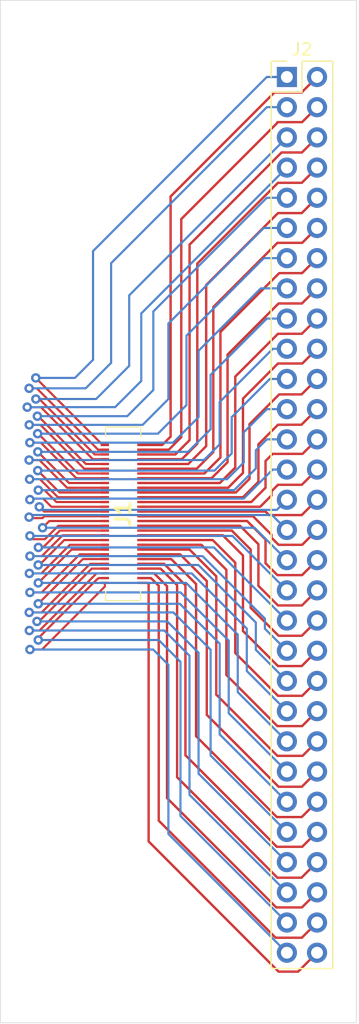
<source format=kicad_pcb>
(kicad_pcb (version 20171130) (host pcbnew 5.1.10-88a1d61d58~88~ubuntu20.04.1)

  (general
    (thickness 1.6)
    (drawings 4)
    (tracks 453)
    (zones 0)
    (modules 2)
    (nets 61)
  )

  (page A4)
  (layers
    (0 F.Cu signal)
    (31 B.Cu signal)
    (32 B.Adhes user)
    (33 F.Adhes user)
    (34 B.Paste user)
    (35 F.Paste user)
    (36 B.SilkS user)
    (37 F.SilkS user)
    (38 B.Mask user)
    (39 F.Mask user)
    (40 Dwgs.User user)
    (41 Cmts.User user)
    (42 Eco1.User user)
    (43 Eco2.User user)
    (44 Edge.Cuts user)
    (45 Margin user)
    (46 B.CrtYd user)
    (47 F.CrtYd user)
    (48 B.Fab user)
    (49 F.Fab user)
  )

  (setup
    (last_trace_width 0.18)
    (user_trace_width 0.18)
    (user_trace_width 0.2)
    (trace_clearance 0.2)
    (zone_clearance 0.508)
    (zone_45_only no)
    (trace_min 0.18)
    (via_size 0.8)
    (via_drill 0.4)
    (via_min_size 0.4)
    (via_min_drill 0.3)
    (uvia_size 0.3)
    (uvia_drill 0.1)
    (uvias_allowed no)
    (uvia_min_size 0.2)
    (uvia_min_drill 0.1)
    (edge_width 0.05)
    (segment_width 0.2)
    (pcb_text_width 0.3)
    (pcb_text_size 1.5 1.5)
    (mod_edge_width 0.12)
    (mod_text_size 1 1)
    (mod_text_width 0.15)
    (pad_size 1.524 1.524)
    (pad_drill 0.762)
    (pad_to_mask_clearance 0)
    (aux_axis_origin 0 0)
    (visible_elements FFFFFF7F)
    (pcbplotparams
      (layerselection 0x010fc_ffffffff)
      (usegerberextensions false)
      (usegerberattributes true)
      (usegerberadvancedattributes true)
      (creategerberjobfile true)
      (excludeedgelayer true)
      (linewidth 0.100000)
      (plotframeref false)
      (viasonmask false)
      (mode 1)
      (useauxorigin false)
      (hpglpennumber 1)
      (hpglpenspeed 20)
      (hpglpendiameter 15.000000)
      (psnegative false)
      (psa4output false)
      (plotreference true)
      (plotvalue true)
      (plotinvisibletext false)
      (padsonsilk false)
      (subtractmaskfromsilk false)
      (outputformat 1)
      (mirror false)
      (drillshape 1)
      (scaleselection 1)
      (outputdirectory ""))
  )

  (net 0 "")
  (net 1 "Net-(J1-Pad60)")
  (net 2 /59)
  (net 3 "Net-(J1-Pad58)")
  (net 4 /57)
  (net 5 "Net-(J1-Pad56)")
  (net 6 /55)
  (net 7 "Net-(J1-Pad54)")
  (net 8 /53)
  (net 9 "Net-(J1-Pad52)")
  (net 10 /51)
  (net 11 "Net-(J1-Pad50)")
  (net 12 /49)
  (net 13 "Net-(J1-Pad48)")
  (net 14 /47)
  (net 15 "Net-(J1-Pad46)")
  (net 16 /45)
  (net 17 "Net-(J1-Pad44)")
  (net 18 /43)
  (net 19 "Net-(J1-Pad42)")
  (net 20 /41)
  (net 21 "Net-(J1-Pad40)")
  (net 22 /39)
  (net 23 "Net-(J1-Pad38)")
  (net 24 /37)
  (net 25 "Net-(J1-Pad36)")
  (net 26 /35)
  (net 27 "Net-(J1-Pad34)")
  (net 28 /33)
  (net 29 "Net-(J1-Pad32)")
  (net 30 /31)
  (net 31 "Net-(J1-Pad30)")
  (net 32 /29)
  (net 33 "Net-(J1-Pad28)")
  (net 34 /27)
  (net 35 "Net-(J1-Pad26)")
  (net 36 /25)
  (net 37 "Net-(J1-Pad24)")
  (net 38 /23)
  (net 39 "Net-(J1-Pad22)")
  (net 40 /21)
  (net 41 "Net-(J1-Pad20)")
  (net 42 /19)
  (net 43 "Net-(J1-Pad18)")
  (net 44 /17)
  (net 45 "Net-(J1-Pad16)")
  (net 46 /15)
  (net 47 "Net-(J1-Pad14)")
  (net 48 /13)
  (net 49 "Net-(J1-Pad12)")
  (net 50 /11)
  (net 51 "Net-(J1-Pad10)")
  (net 52 /9)
  (net 53 "Net-(J1-Pad8)")
  (net 54 /7)
  (net 55 "Net-(J1-Pad6)")
  (net 56 /5)
  (net 57 "Net-(J1-Pad4)")
  (net 58 /3)
  (net 59 "Net-(J1-Pad2)")
  (net 60 /1)

  (net_class Default "This is the default net class."
    (clearance 0.2)
    (trace_width 0.25)
    (via_dia 0.8)
    (via_drill 0.4)
    (uvia_dia 0.3)
    (uvia_drill 0.1)
    (add_net /1)
    (add_net /11)
    (add_net /13)
    (add_net /15)
    (add_net /17)
    (add_net /19)
    (add_net /21)
    (add_net /23)
    (add_net /25)
    (add_net /27)
    (add_net /29)
    (add_net /3)
    (add_net /31)
    (add_net /33)
    (add_net /35)
    (add_net /37)
    (add_net /39)
    (add_net /41)
    (add_net /43)
    (add_net /45)
    (add_net /47)
    (add_net /49)
    (add_net /5)
    (add_net /51)
    (add_net /53)
    (add_net /55)
    (add_net /57)
    (add_net /59)
    (add_net /7)
    (add_net /9)
    (add_net "Net-(J1-Pad10)")
    (add_net "Net-(J1-Pad12)")
    (add_net "Net-(J1-Pad14)")
    (add_net "Net-(J1-Pad16)")
    (add_net "Net-(J1-Pad18)")
    (add_net "Net-(J1-Pad2)")
    (add_net "Net-(J1-Pad20)")
    (add_net "Net-(J1-Pad22)")
    (add_net "Net-(J1-Pad24)")
    (add_net "Net-(J1-Pad26)")
    (add_net "Net-(J1-Pad28)")
    (add_net "Net-(J1-Pad30)")
    (add_net "Net-(J1-Pad32)")
    (add_net "Net-(J1-Pad34)")
    (add_net "Net-(J1-Pad36)")
    (add_net "Net-(J1-Pad38)")
    (add_net "Net-(J1-Pad4)")
    (add_net "Net-(J1-Pad40)")
    (add_net "Net-(J1-Pad42)")
    (add_net "Net-(J1-Pad44)")
    (add_net "Net-(J1-Pad46)")
    (add_net "Net-(J1-Pad48)")
    (add_net "Net-(J1-Pad50)")
    (add_net "Net-(J1-Pad52)")
    (add_net "Net-(J1-Pad54)")
    (add_net "Net-(J1-Pad56)")
    (add_net "Net-(J1-Pad58)")
    (add_net "Net-(J1-Pad6)")
    (add_net "Net-(J1-Pad60)")
    (add_net "Net-(J1-Pad8)")
  )

  (module footprints:DF40HC4060DS04V51 (layer F.Cu) (tedit 5F360B1C) (tstamp 60ADDC30)
    (at 117.85 75.7 270)
    (descr "DF40HC(4.0)-60DS-0.4V(51)-2")
    (tags Connector)
    (path /60CFEF23)
    (attr smd)
    (fp_text reference J1 (at 0 0 90) (layer F.SilkS)
      (effects (font (size 1.27 1.27) (thickness 0.254)))
    )
    (fp_text value DF40HC_4.0_-60DS-0.4V_51_ (at 0 0 90) (layer F.SilkS) hide
      (effects (font (size 1.27 1.27) (thickness 0.254)))
    )
    (fp_text user %R (at 0 0 90) (layer F.Fab)
      (effects (font (size 1.27 1.27) (thickness 0.254)))
    )
    (fp_line (start -7.3 -1.47) (end 7.3 -1.47) (layer F.Fab) (width 0.2))
    (fp_line (start 7.3 -1.47) (end 7.3 1.47) (layer F.Fab) (width 0.2))
    (fp_line (start 7.3 1.47) (end -7.3 1.47) (layer F.Fab) (width 0.2))
    (fp_line (start -7.3 1.47) (end -7.3 -1.47) (layer F.Fab) (width 0.2))
    (fp_line (start -8.3 -2.89) (end 8.3 -2.89) (layer F.CrtYd) (width 0.1))
    (fp_line (start 8.3 -2.89) (end 8.3 2.89) (layer F.CrtYd) (width 0.1))
    (fp_line (start 8.3 2.89) (end -8.3 2.89) (layer F.CrtYd) (width 0.1))
    (fp_line (start -8.3 2.89) (end -8.3 -2.89) (layer F.CrtYd) (width 0.1))
    (fp_line (start -6.5 -1.5) (end -7.3 -1.47) (layer F.SilkS) (width 0.1))
    (fp_line (start -7.3 -1.47) (end -7.3 1.5) (layer F.SilkS) (width 0.1))
    (fp_line (start -7.3 1.5) (end -6.5 1.47) (layer F.SilkS) (width 0.1))
    (fp_line (start 6.5 -1.47) (end 7.3 -1.47) (layer F.SilkS) (width 0.1))
    (fp_line (start 7.3 -1.47) (end 7.3 1.47) (layer F.SilkS) (width 0.1))
    (fp_line (start 7.3 1.47) (end 6.5 1.47) (layer F.SilkS) (width 0.1))
    (pad 60 smd rect (at 5.8 -1.54 270) (size 0.2 0.7) (layers F.Cu F.Paste F.Mask)
      (net 1 "Net-(J1-Pad60)"))
    (pad 59 smd rect (at 5.8 1.54 270) (size 0.2 0.7) (layers F.Cu F.Paste F.Mask)
      (net 2 /59))
    (pad 58 smd rect (at 5.4 -1.54 270) (size 0.2 0.7) (layers F.Cu F.Paste F.Mask)
      (net 3 "Net-(J1-Pad58)"))
    (pad 57 smd rect (at 5.4 1.54 270) (size 0.2 0.7) (layers F.Cu F.Paste F.Mask)
      (net 4 /57))
    (pad 56 smd rect (at 5 -1.54 270) (size 0.2 0.7) (layers F.Cu F.Paste F.Mask)
      (net 5 "Net-(J1-Pad56)"))
    (pad 55 smd rect (at 5 1.54 270) (size 0.2 0.7) (layers F.Cu F.Paste F.Mask)
      (net 6 /55))
    (pad 54 smd rect (at 4.6 -1.54 270) (size 0.2 0.7) (layers F.Cu F.Paste F.Mask)
      (net 7 "Net-(J1-Pad54)"))
    (pad 53 smd rect (at 4.6 1.54 270) (size 0.2 0.7) (layers F.Cu F.Paste F.Mask)
      (net 8 /53))
    (pad 52 smd rect (at 4.2 -1.54 270) (size 0.2 0.7) (layers F.Cu F.Paste F.Mask)
      (net 9 "Net-(J1-Pad52)"))
    (pad 51 smd rect (at 4.2 1.54 270) (size 0.2 0.7) (layers F.Cu F.Paste F.Mask)
      (net 10 /51))
    (pad 50 smd rect (at 3.8 -1.54 270) (size 0.2 0.7) (layers F.Cu F.Paste F.Mask)
      (net 11 "Net-(J1-Pad50)"))
    (pad 49 smd rect (at 3.8 1.54 270) (size 0.2 0.7) (layers F.Cu F.Paste F.Mask)
      (net 12 /49))
    (pad 48 smd rect (at 3.4 -1.54 270) (size 0.2 0.7) (layers F.Cu F.Paste F.Mask)
      (net 13 "Net-(J1-Pad48)"))
    (pad 47 smd rect (at 3.4 1.54 270) (size 0.2 0.7) (layers F.Cu F.Paste F.Mask)
      (net 14 /47))
    (pad 46 smd rect (at 3 -1.54 270) (size 0.2 0.7) (layers F.Cu F.Paste F.Mask)
      (net 15 "Net-(J1-Pad46)"))
    (pad 45 smd rect (at 3 1.54 270) (size 0.2 0.7) (layers F.Cu F.Paste F.Mask)
      (net 16 /45))
    (pad 44 smd rect (at 2.6 -1.54 270) (size 0.2 0.7) (layers F.Cu F.Paste F.Mask)
      (net 17 "Net-(J1-Pad44)"))
    (pad 43 smd rect (at 2.6 1.54 270) (size 0.2 0.7) (layers F.Cu F.Paste F.Mask)
      (net 18 /43))
    (pad 42 smd rect (at 2.2 -1.54 270) (size 0.2 0.7) (layers F.Cu F.Paste F.Mask)
      (net 19 "Net-(J1-Pad42)"))
    (pad 41 smd rect (at 2.2 1.54 270) (size 0.2 0.7) (layers F.Cu F.Paste F.Mask)
      (net 20 /41))
    (pad 40 smd rect (at 1.8 -1.54 270) (size 0.2 0.7) (layers F.Cu F.Paste F.Mask)
      (net 21 "Net-(J1-Pad40)"))
    (pad 39 smd rect (at 1.8 1.54 270) (size 0.2 0.7) (layers F.Cu F.Paste F.Mask)
      (net 22 /39))
    (pad 38 smd rect (at 1.4 -1.54 270) (size 0.2 0.7) (layers F.Cu F.Paste F.Mask)
      (net 23 "Net-(J1-Pad38)"))
    (pad 37 smd rect (at 1.4 1.54 270) (size 0.2 0.7) (layers F.Cu F.Paste F.Mask)
      (net 24 /37))
    (pad 36 smd rect (at 1 -1.54 270) (size 0.2 0.7) (layers F.Cu F.Paste F.Mask)
      (net 25 "Net-(J1-Pad36)"))
    (pad 35 smd rect (at 1 1.54 270) (size 0.2 0.7) (layers F.Cu F.Paste F.Mask)
      (net 26 /35))
    (pad 34 smd rect (at 0.6 -1.54 270) (size 0.2 0.7) (layers F.Cu F.Paste F.Mask)
      (net 27 "Net-(J1-Pad34)"))
    (pad 33 smd rect (at 0.6 1.54 270) (size 0.2 0.7) (layers F.Cu F.Paste F.Mask)
      (net 28 /33))
    (pad 32 smd rect (at 0.2 -1.54 270) (size 0.2 0.7) (layers F.Cu F.Paste F.Mask)
      (net 29 "Net-(J1-Pad32)"))
    (pad 31 smd rect (at 0.2 1.54 270) (size 0.2 0.7) (layers F.Cu F.Paste F.Mask)
      (net 30 /31))
    (pad 30 smd rect (at -0.2 -1.54 270) (size 0.2 0.7) (layers F.Cu F.Paste F.Mask)
      (net 31 "Net-(J1-Pad30)"))
    (pad 29 smd rect (at -0.2 1.54 270) (size 0.2 0.7) (layers F.Cu F.Paste F.Mask)
      (net 32 /29))
    (pad 28 smd rect (at -0.6 -1.54 270) (size 0.2 0.7) (layers F.Cu F.Paste F.Mask)
      (net 33 "Net-(J1-Pad28)"))
    (pad 27 smd rect (at -0.6 1.54 270) (size 0.2 0.7) (layers F.Cu F.Paste F.Mask)
      (net 34 /27))
    (pad 26 smd rect (at -1 -1.54 270) (size 0.2 0.7) (layers F.Cu F.Paste F.Mask)
      (net 35 "Net-(J1-Pad26)"))
    (pad 25 smd rect (at -1 1.54 270) (size 0.2 0.7) (layers F.Cu F.Paste F.Mask)
      (net 36 /25))
    (pad 24 smd rect (at -1.4 -1.54 270) (size 0.2 0.7) (layers F.Cu F.Paste F.Mask)
      (net 37 "Net-(J1-Pad24)"))
    (pad 23 smd rect (at -1.4 1.54 270) (size 0.2 0.7) (layers F.Cu F.Paste F.Mask)
      (net 38 /23))
    (pad 22 smd rect (at -1.8 -1.54 270) (size 0.2 0.7) (layers F.Cu F.Paste F.Mask)
      (net 39 "Net-(J1-Pad22)"))
    (pad 21 smd rect (at -1.8 1.54 270) (size 0.2 0.7) (layers F.Cu F.Paste F.Mask)
      (net 40 /21))
    (pad 20 smd rect (at -2.2 -1.54 270) (size 0.2 0.7) (layers F.Cu F.Paste F.Mask)
      (net 41 "Net-(J1-Pad20)"))
    (pad 19 smd rect (at -2.2 1.54 270) (size 0.2 0.7) (layers F.Cu F.Paste F.Mask)
      (net 42 /19))
    (pad 18 smd rect (at -2.6 -1.54 270) (size 0.2 0.7) (layers F.Cu F.Paste F.Mask)
      (net 43 "Net-(J1-Pad18)"))
    (pad 17 smd rect (at -2.6 1.54 270) (size 0.2 0.7) (layers F.Cu F.Paste F.Mask)
      (net 44 /17))
    (pad 16 smd rect (at -3 -1.54 270) (size 0.2 0.7) (layers F.Cu F.Paste F.Mask)
      (net 45 "Net-(J1-Pad16)"))
    (pad 15 smd rect (at -3 1.54 270) (size 0.2 0.7) (layers F.Cu F.Paste F.Mask)
      (net 46 /15))
    (pad 14 smd rect (at -3.4 -1.54 270) (size 0.2 0.7) (layers F.Cu F.Paste F.Mask)
      (net 47 "Net-(J1-Pad14)"))
    (pad 13 smd rect (at -3.4 1.54 270) (size 0.2 0.7) (layers F.Cu F.Paste F.Mask)
      (net 48 /13))
    (pad 12 smd rect (at -3.8 -1.54 270) (size 0.2 0.7) (layers F.Cu F.Paste F.Mask)
      (net 49 "Net-(J1-Pad12)"))
    (pad 11 smd rect (at -3.8 1.54 270) (size 0.2 0.7) (layers F.Cu F.Paste F.Mask)
      (net 50 /11))
    (pad 10 smd rect (at -4.2 -1.54 270) (size 0.2 0.7) (layers F.Cu F.Paste F.Mask)
      (net 51 "Net-(J1-Pad10)"))
    (pad 9 smd rect (at -4.2 1.54 270) (size 0.2 0.7) (layers F.Cu F.Paste F.Mask)
      (net 52 /9))
    (pad 8 smd rect (at -4.6 -1.54 270) (size 0.2 0.7) (layers F.Cu F.Paste F.Mask)
      (net 53 "Net-(J1-Pad8)"))
    (pad 7 smd rect (at -4.6 1.54 270) (size 0.2 0.7) (layers F.Cu F.Paste F.Mask)
      (net 54 /7))
    (pad 6 smd rect (at -5 -1.54 270) (size 0.2 0.7) (layers F.Cu F.Paste F.Mask)
      (net 55 "Net-(J1-Pad6)"))
    (pad 5 smd rect (at -5 1.54 270) (size 0.2 0.7) (layers F.Cu F.Paste F.Mask)
      (net 56 /5))
    (pad 4 smd rect (at -5.4 -1.54 270) (size 0.2 0.7) (layers F.Cu F.Paste F.Mask)
      (net 57 "Net-(J1-Pad4)"))
    (pad 3 smd rect (at -5.4 1.54 270) (size 0.2 0.7) (layers F.Cu F.Paste F.Mask)
      (net 58 /3))
    (pad 2 smd rect (at -5.8 -1.54 270) (size 0.2 0.7) (layers F.Cu F.Paste F.Mask)
      (net 59 "Net-(J1-Pad2)"))
    (pad 1 smd rect (at -5.8 1.54 270) (size 0.2 0.7) (layers F.Cu F.Paste F.Mask)
      (net 60 /1))
    (model /home/khang/Workspace/Dev/Dynimlabs/dynim_imx8_camera_adapters/libraries/KiCad/Connectors/HRS/DF40HC_4.0_-60DS-0.4V_51_/DF40HC_4.0_-60DS.stp
      (offset (xyz 5.87 0 2.5))
      (scale (xyz 1 1 1))
      (rotate (xyz -90 0 90))
    )
  )

  (module Connector_PinHeader_2.54mm:PinHeader_2x30_P2.54mm_Vertical (layer F.Cu) (tedit 59FED5CC) (tstamp 60ADDA7E)
    (at 131.65 38.95)
    (descr "Through hole straight pin header, 2x30, 2.54mm pitch, double rows")
    (tags "Through hole pin header THT 2x30 2.54mm double row")
    (path /60D02385)
    (fp_text reference J2 (at 1.27 -2.33) (layer F.SilkS)
      (effects (font (size 1 1) (thickness 0.15)))
    )
    (fp_text value Conn_02x30_Odd_Even (at -2.5 78.83) (layer F.Fab)
      (effects (font (size 1 1) (thickness 0.15)))
    )
    (fp_text user %R (at 1.27 36.83 90) (layer F.Fab)
      (effects (font (size 1 1) (thickness 0.15)))
    )
    (fp_line (start 0 -1.27) (end 3.81 -1.27) (layer F.Fab) (width 0.1))
    (fp_line (start 3.81 -1.27) (end 3.81 74.93) (layer F.Fab) (width 0.1))
    (fp_line (start 3.81 74.93) (end -1.27 74.93) (layer F.Fab) (width 0.1))
    (fp_line (start -1.27 74.93) (end -1.27 0) (layer F.Fab) (width 0.1))
    (fp_line (start -1.27 0) (end 0 -1.27) (layer F.Fab) (width 0.1))
    (fp_line (start -1.33 74.99) (end 3.87 74.99) (layer F.SilkS) (width 0.12))
    (fp_line (start -1.33 1.27) (end -1.33 74.99) (layer F.SilkS) (width 0.12))
    (fp_line (start 3.87 -1.33) (end 3.87 74.99) (layer F.SilkS) (width 0.12))
    (fp_line (start -1.33 1.27) (end 1.27 1.27) (layer F.SilkS) (width 0.12))
    (fp_line (start 1.27 1.27) (end 1.27 -1.33) (layer F.SilkS) (width 0.12))
    (fp_line (start 1.27 -1.33) (end 3.87 -1.33) (layer F.SilkS) (width 0.12))
    (fp_line (start -1.33 0) (end -1.33 -1.33) (layer F.SilkS) (width 0.12))
    (fp_line (start -1.33 -1.33) (end 0 -1.33) (layer F.SilkS) (width 0.12))
    (fp_line (start -1.8 -1.8) (end -1.8 75.45) (layer F.CrtYd) (width 0.05))
    (fp_line (start -1.8 75.45) (end 4.35 75.45) (layer F.CrtYd) (width 0.05))
    (fp_line (start 4.35 75.45) (end 4.35 -1.8) (layer F.CrtYd) (width 0.05))
    (fp_line (start 4.35 -1.8) (end -1.8 -1.8) (layer F.CrtYd) (width 0.05))
    (pad 60 thru_hole oval (at 2.54 73.66) (size 1.7 1.7) (drill 1) (layers *.Cu *.Mask)
      (net 1 "Net-(J1-Pad60)"))
    (pad 59 thru_hole oval (at 0 73.66) (size 1.7 1.7) (drill 1) (layers *.Cu *.Mask)
      (net 2 /59))
    (pad 58 thru_hole oval (at 2.54 71.12) (size 1.7 1.7) (drill 1) (layers *.Cu *.Mask)
      (net 3 "Net-(J1-Pad58)"))
    (pad 57 thru_hole oval (at 0 71.12) (size 1.7 1.7) (drill 1) (layers *.Cu *.Mask)
      (net 4 /57))
    (pad 56 thru_hole oval (at 2.54 68.58) (size 1.7 1.7) (drill 1) (layers *.Cu *.Mask)
      (net 5 "Net-(J1-Pad56)"))
    (pad 55 thru_hole oval (at 0 68.58) (size 1.7 1.7) (drill 1) (layers *.Cu *.Mask)
      (net 6 /55))
    (pad 54 thru_hole oval (at 2.54 66.04) (size 1.7 1.7) (drill 1) (layers *.Cu *.Mask)
      (net 7 "Net-(J1-Pad54)"))
    (pad 53 thru_hole oval (at 0 66.04) (size 1.7 1.7) (drill 1) (layers *.Cu *.Mask)
      (net 8 /53))
    (pad 52 thru_hole oval (at 2.54 63.5) (size 1.7 1.7) (drill 1) (layers *.Cu *.Mask)
      (net 9 "Net-(J1-Pad52)"))
    (pad 51 thru_hole oval (at 0 63.5) (size 1.7 1.7) (drill 1) (layers *.Cu *.Mask)
      (net 10 /51))
    (pad 50 thru_hole oval (at 2.54 60.96) (size 1.7 1.7) (drill 1) (layers *.Cu *.Mask)
      (net 11 "Net-(J1-Pad50)"))
    (pad 49 thru_hole oval (at 0 60.96) (size 1.7 1.7) (drill 1) (layers *.Cu *.Mask)
      (net 12 /49))
    (pad 48 thru_hole oval (at 2.54 58.42) (size 1.7 1.7) (drill 1) (layers *.Cu *.Mask)
      (net 13 "Net-(J1-Pad48)"))
    (pad 47 thru_hole oval (at 0 58.42) (size 1.7 1.7) (drill 1) (layers *.Cu *.Mask)
      (net 14 /47))
    (pad 46 thru_hole oval (at 2.54 55.88) (size 1.7 1.7) (drill 1) (layers *.Cu *.Mask)
      (net 15 "Net-(J1-Pad46)"))
    (pad 45 thru_hole oval (at 0 55.88) (size 1.7 1.7) (drill 1) (layers *.Cu *.Mask)
      (net 16 /45))
    (pad 44 thru_hole oval (at 2.54 53.34) (size 1.7 1.7) (drill 1) (layers *.Cu *.Mask)
      (net 17 "Net-(J1-Pad44)"))
    (pad 43 thru_hole oval (at 0 53.34) (size 1.7 1.7) (drill 1) (layers *.Cu *.Mask)
      (net 18 /43))
    (pad 42 thru_hole oval (at 2.54 50.8) (size 1.7 1.7) (drill 1) (layers *.Cu *.Mask)
      (net 19 "Net-(J1-Pad42)"))
    (pad 41 thru_hole oval (at 0 50.8) (size 1.7 1.7) (drill 1) (layers *.Cu *.Mask)
      (net 20 /41))
    (pad 40 thru_hole oval (at 2.54 48.26) (size 1.7 1.7) (drill 1) (layers *.Cu *.Mask)
      (net 21 "Net-(J1-Pad40)"))
    (pad 39 thru_hole oval (at 0 48.26) (size 1.7 1.7) (drill 1) (layers *.Cu *.Mask)
      (net 22 /39))
    (pad 38 thru_hole oval (at 2.54 45.72) (size 1.7 1.7) (drill 1) (layers *.Cu *.Mask)
      (net 23 "Net-(J1-Pad38)"))
    (pad 37 thru_hole oval (at 0 45.72) (size 1.7 1.7) (drill 1) (layers *.Cu *.Mask)
      (net 24 /37))
    (pad 36 thru_hole oval (at 2.54 43.18) (size 1.7 1.7) (drill 1) (layers *.Cu *.Mask)
      (net 25 "Net-(J1-Pad36)"))
    (pad 35 thru_hole oval (at 0 43.18) (size 1.7 1.7) (drill 1) (layers *.Cu *.Mask)
      (net 26 /35))
    (pad 34 thru_hole oval (at 2.54 40.64) (size 1.7 1.7) (drill 1) (layers *.Cu *.Mask)
      (net 27 "Net-(J1-Pad34)"))
    (pad 33 thru_hole oval (at 0 40.64) (size 1.7 1.7) (drill 1) (layers *.Cu *.Mask)
      (net 28 /33))
    (pad 32 thru_hole oval (at 2.54 38.1) (size 1.7 1.7) (drill 1) (layers *.Cu *.Mask)
      (net 29 "Net-(J1-Pad32)"))
    (pad 31 thru_hole oval (at 0 38.1) (size 1.7 1.7) (drill 1) (layers *.Cu *.Mask)
      (net 30 /31))
    (pad 30 thru_hole oval (at 2.54 35.56) (size 1.7 1.7) (drill 1) (layers *.Cu *.Mask)
      (net 31 "Net-(J1-Pad30)"))
    (pad 29 thru_hole oval (at 0 35.56) (size 1.7 1.7) (drill 1) (layers *.Cu *.Mask)
      (net 32 /29))
    (pad 28 thru_hole oval (at 2.54 33.02) (size 1.7 1.7) (drill 1) (layers *.Cu *.Mask)
      (net 33 "Net-(J1-Pad28)"))
    (pad 27 thru_hole oval (at 0 33.02) (size 1.7 1.7) (drill 1) (layers *.Cu *.Mask)
      (net 34 /27))
    (pad 26 thru_hole oval (at 2.54 30.48) (size 1.7 1.7) (drill 1) (layers *.Cu *.Mask)
      (net 35 "Net-(J1-Pad26)"))
    (pad 25 thru_hole oval (at 0 30.48) (size 1.7 1.7) (drill 1) (layers *.Cu *.Mask)
      (net 36 /25))
    (pad 24 thru_hole oval (at 2.54 27.94) (size 1.7 1.7) (drill 1) (layers *.Cu *.Mask)
      (net 37 "Net-(J1-Pad24)"))
    (pad 23 thru_hole oval (at 0 27.94) (size 1.7 1.7) (drill 1) (layers *.Cu *.Mask)
      (net 38 /23))
    (pad 22 thru_hole oval (at 2.54 25.4) (size 1.7 1.7) (drill 1) (layers *.Cu *.Mask)
      (net 39 "Net-(J1-Pad22)"))
    (pad 21 thru_hole oval (at 0 25.4) (size 1.7 1.7) (drill 1) (layers *.Cu *.Mask)
      (net 40 /21))
    (pad 20 thru_hole oval (at 2.54 22.86) (size 1.7 1.7) (drill 1) (layers *.Cu *.Mask)
      (net 41 "Net-(J1-Pad20)"))
    (pad 19 thru_hole oval (at 0 22.86) (size 1.7 1.7) (drill 1) (layers *.Cu *.Mask)
      (net 42 /19))
    (pad 18 thru_hole oval (at 2.54 20.32) (size 1.7 1.7) (drill 1) (layers *.Cu *.Mask)
      (net 43 "Net-(J1-Pad18)"))
    (pad 17 thru_hole oval (at 0 20.32) (size 1.7 1.7) (drill 1) (layers *.Cu *.Mask)
      (net 44 /17))
    (pad 16 thru_hole oval (at 2.54 17.78) (size 1.7 1.7) (drill 1) (layers *.Cu *.Mask)
      (net 45 "Net-(J1-Pad16)"))
    (pad 15 thru_hole oval (at 0 17.78) (size 1.7 1.7) (drill 1) (layers *.Cu *.Mask)
      (net 46 /15))
    (pad 14 thru_hole oval (at 2.54 15.24) (size 1.7 1.7) (drill 1) (layers *.Cu *.Mask)
      (net 47 "Net-(J1-Pad14)"))
    (pad 13 thru_hole oval (at 0 15.24) (size 1.7 1.7) (drill 1) (layers *.Cu *.Mask)
      (net 48 /13))
    (pad 12 thru_hole oval (at 2.54 12.7) (size 1.7 1.7) (drill 1) (layers *.Cu *.Mask)
      (net 49 "Net-(J1-Pad12)"))
    (pad 11 thru_hole oval (at 0 12.7) (size 1.7 1.7) (drill 1) (layers *.Cu *.Mask)
      (net 50 /11))
    (pad 10 thru_hole oval (at 2.54 10.16) (size 1.7 1.7) (drill 1) (layers *.Cu *.Mask)
      (net 51 "Net-(J1-Pad10)"))
    (pad 9 thru_hole oval (at 0 10.16) (size 1.7 1.7) (drill 1) (layers *.Cu *.Mask)
      (net 52 /9))
    (pad 8 thru_hole oval (at 2.54 7.62) (size 1.7 1.7) (drill 1) (layers *.Cu *.Mask)
      (net 53 "Net-(J1-Pad8)"))
    (pad 7 thru_hole oval (at 0 7.62) (size 1.7 1.7) (drill 1) (layers *.Cu *.Mask)
      (net 54 /7))
    (pad 6 thru_hole oval (at 2.54 5.08) (size 1.7 1.7) (drill 1) (layers *.Cu *.Mask)
      (net 55 "Net-(J1-Pad6)"))
    (pad 5 thru_hole oval (at 0 5.08) (size 1.7 1.7) (drill 1) (layers *.Cu *.Mask)
      (net 56 /5))
    (pad 4 thru_hole oval (at 2.54 2.54) (size 1.7 1.7) (drill 1) (layers *.Cu *.Mask)
      (net 57 "Net-(J1-Pad4)"))
    (pad 3 thru_hole oval (at 0 2.54) (size 1.7 1.7) (drill 1) (layers *.Cu *.Mask)
      (net 58 /3))
    (pad 2 thru_hole oval (at 2.54 0) (size 1.7 1.7) (drill 1) (layers *.Cu *.Mask)
      (net 59 "Net-(J1-Pad2)"))
    (pad 1 thru_hole rect (at 0 0) (size 1.7 1.7) (drill 1) (layers *.Cu *.Mask)
      (net 60 /1))
    (model ${KISYS3DMOD}/Connector_PinHeader_2.54mm.3dshapes/PinHeader_2x30_P2.54mm_Vertical.wrl
      (at (xyz 0 0 0))
      (scale (xyz 1 1 1))
      (rotate (xyz 0 0 0))
    )
  )

  (gr_line (start 107.5 118.5) (end 137.5 118.5) (layer Edge.Cuts) (width 0.05) (tstamp 60ADE214))
  (gr_line (start 137.5 118.5) (end 137.5 32.5) (layer Edge.Cuts) (width 0.05) (tstamp 60ADE171))
  (gr_line (start 107.5 32.5) (end 107.5 118.5) (layer Edge.Cuts) (width 0.05))
  (gr_line (start 137.5 32.5) (end 107.5 32.5) (layer Edge.Cuts) (width 0.05))

  (via (at 110 77.554) (size 0.8) (drill 0.4) (layers F.Cu B.Cu) (net 26) (tstamp 60ADF84C))
  (via (at 110.7 73.704) (size 0.8) (drill 0.4) (layers F.Cu B.Cu) (net 36) (tstamp 60ADF84E))
  (via (at 110 82.304) (size 0.8) (drill 0.4) (layers F.Cu B.Cu) (net 14) (tstamp 60ADF84C))
  (via (at 110.7 81.504) (size 0.8) (drill 0.4) (layers F.Cu B.Cu) (net 16) (tstamp 60ADF84B))
  (via (at 109.95 80.704) (size 0.8) (drill 0.4) (layers F.Cu B.Cu) (net 18) (tstamp 60ADF850))
  (via (at 110 79.254) (size 0.8) (drill 0.4) (layers F.Cu B.Cu) (net 22) (tstamp 60ADF84F))
  (via (at 110 87.108) (size 0.8) (drill 0.4) (layers F.Cu B.Cu) (net 2) (tstamp 60ADF84C))
  (via (at 110.7 86.308) (size 0.8) (drill 0.4) (layers F.Cu B.Cu) (net 4) (tstamp 60ADF84B))
  (via (at 110.7 83.258) (size 0.8) (drill 0.4) (layers F.Cu B.Cu) (net 12) (tstamp 60ADF84E))
  (segment (start 119.9 81.5) (end 119.39 81.5) (width 0.2) (layer F.Cu) (net 1))
  (segment (start 120 103.25) (end 120 81.6) (width 0.2) (layer F.Cu) (net 1))
  (segment (start 120 81.6) (end 119.9 81.5) (width 0.2) (layer F.Cu) (net 1))
  (segment (start 130.95 114.2) (end 120 103.25) (width 0.2) (layer F.Cu) (net 1))
  (segment (start 132.6 114.2) (end 130.95 114.2) (width 0.2) (layer F.Cu) (net 1))
  (segment (start 134.19 112.61) (end 132.6 114.2) (width 0.2) (layer F.Cu) (net 1))
  (segment (start 110 87.108) (end 111.012 87.108) (width 0.18) (layer F.Cu) (net 2))
  (segment (start 116.31 81.81) (end 116.31 81.5) (width 0.18) (layer F.Cu) (net 2))
  (segment (start 111.012 87.108) (end 116.31 81.81) (width 0.18) (layer F.Cu) (net 2))
  (segment (start 110 87.108) (end 120.382 87.108) (width 0.18) (layer B.Cu) (net 2))
  (segment (start 120.382 87.108) (end 121.666 88.392) (width 0.18) (layer B.Cu) (net 2))
  (segment (start 121.666 102.626) (end 121.666 88.392) (width 0.18) (layer B.Cu) (net 2))
  (segment (start 131.65 112.61) (end 121.666 102.626) (width 0.18) (layer B.Cu) (net 2))
  (segment (start 120.2 81.1) (end 119.39 81.1) (width 0.2) (layer F.Cu) (net 3))
  (segment (start 120.85 101.5) (end 120.85 81.75) (width 0.2) (layer F.Cu) (net 3))
  (segment (start 130.7 111.35) (end 120.85 101.5) (width 0.2) (layer F.Cu) (net 3))
  (segment (start 132.91 111.35) (end 130.7 111.35) (width 0.2) (layer F.Cu) (net 3))
  (segment (start 120.85 81.75) (end 120.2 81.1) (width 0.2) (layer F.Cu) (net 3))
  (segment (start 134.19 110.07) (end 132.91 111.35) (width 0.2) (layer F.Cu) (net 3))
  (segment (start 115.78 81.1) (end 116.31 81.1) (width 0.18) (layer F.Cu) (net 4))
  (segment (start 115.669999 81.210001) (end 115.78 81.1) (width 0.18) (layer F.Cu) (net 4))
  (segment (start 115.669999 81.210001) (end 115.639999 81.210001) (width 0.18) (layer F.Cu) (net 4))
  (segment (start 115.639999 81.210001) (end 110.7 86.15) (width 0.18) (layer F.Cu) (net 4))
  (segment (start 110.7 86.15) (end 110.7 86.308) (width 0.18) (layer F.Cu) (net 4))
  (segment (start 110.7 86.308) (end 120.852 86.308) (width 0.18) (layer B.Cu) (net 4))
  (segment (start 120.852 86.308) (end 122.682 88.138) (width 0.18) (layer B.Cu) (net 4))
  (segment (start 122.682 101.102) (end 131.65 110.07) (width 0.18) (layer B.Cu) (net 4))
  (segment (start 122.682 88.138) (end 122.682 101.102) (width 0.18) (layer B.Cu) (net 4))
  (segment (start 121.55 81.7843) (end 120.4657 80.7) (width 0.2) (layer F.Cu) (net 5))
  (segment (start 121.55 99.6) (end 121.55 81.7843) (width 0.2) (layer F.Cu) (net 5))
  (segment (start 120.4657 80.7) (end 119.39 80.7) (width 0.2) (layer F.Cu) (net 5))
  (segment (start 130.75 108.8) (end 121.55 99.6) (width 0.2) (layer F.Cu) (net 5))
  (segment (start 132.92 108.8) (end 130.75 108.8) (width 0.2) (layer F.Cu) (net 5))
  (segment (start 134.19 107.53) (end 132.92 108.8) (width 0.2) (layer F.Cu) (net 5))
  (segment (start 110.804407 85.508177) (end 109.94985 85.508177) (width 0.18) (layer F.Cu) (net 6))
  (segment (start 116.31 80.7) (end 115.612584 80.7) (width 0.18) (layer F.Cu) (net 6))
  (segment (start 115.612584 80.7) (end 110.804407 85.508177) (width 0.18) (layer F.Cu) (net 6))
  (via (at 109.94985 85.508177) (size 0.8) (drill 0.4) (layers F.Cu B.Cu) (net 6))
  (segment (start 109.94985 85.508177) (end 121.322177 85.508177) (width 0.18) (layer B.Cu) (net 6))
  (segment (start 121.322177 85.508177) (end 123.444 87.63) (width 0.18) (layer B.Cu) (net 6))
  (segment (start 123.444 99.324) (end 131.65 107.53) (width 0.18) (layer B.Cu) (net 6))
  (segment (start 123.444 87.63) (end 123.444 99.324) (width 0.18) (layer B.Cu) (net 6))
  (segment (start 121 80.3) (end 119.39 80.3) (width 0.2) (layer F.Cu) (net 7))
  (segment (start 122.4 97.85) (end 122.4 81.7) (width 0.2) (layer F.Cu) (net 7))
  (segment (start 130.85 106.3) (end 122.4 97.85) (width 0.2) (layer F.Cu) (net 7))
  (segment (start 122.4 81.7) (end 121 80.3) (width 0.2) (layer F.Cu) (net 7))
  (segment (start 132.88 106.3) (end 130.85 106.3) (width 0.2) (layer F.Cu) (net 7))
  (segment (start 134.19 104.99) (end 132.88 106.3) (width 0.2) (layer F.Cu) (net 7))
  (segment (start 110.765136 84.742864) (end 110.593898 84.742864) (width 0.18) (layer F.Cu) (net 8))
  (segment (start 115.208 80.3) (end 110.765136 84.742864) (width 0.18) (layer F.Cu) (net 8))
  (segment (start 116.31 80.3) (end 115.208 80.3) (width 0.18) (layer F.Cu) (net 8))
  (via (at 110.593898 84.742864) (size 0.8) (drill 0.4) (layers F.Cu B.Cu) (net 8))
  (segment (start 110.593898 84.742864) (end 121.572864 84.742864) (width 0.18) (layer B.Cu) (net 8))
  (segment (start 124.46 97.8) (end 131.65 104.99) (width 0.18) (layer B.Cu) (net 8))
  (segment (start 124.206 97.546) (end 124.46 97.8) (width 0.18) (layer B.Cu) (net 8))
  (segment (start 124.206 87.376) (end 124.206 97.546) (width 0.18) (layer B.Cu) (net 8))
  (segment (start 121.572864 84.742864) (end 124.206 87.376) (width 0.18) (layer B.Cu) (net 8))
  (segment (start 132.94 103.7) (end 130.8 103.7) (width 0.2) (layer F.Cu) (net 9))
  (segment (start 134.19 102.45) (end 132.94 103.7) (width 0.2) (layer F.Cu) (net 9))
  (segment (start 123.1 81.7) (end 121.3 79.9) (width 0.2) (layer F.Cu) (net 9))
  (segment (start 123.1 96) (end 123.1 81.7) (width 0.2) (layer F.Cu) (net 9))
  (segment (start 130.8 103.7) (end 123.1 96) (width 0.2) (layer F.Cu) (net 9))
  (segment (start 121.3 79.9) (end 119.39 79.9) (width 0.2) (layer F.Cu) (net 9))
  (segment (start 110.982687 83.987897) (end 109.938117 83.987897) (width 0.18) (layer F.Cu) (net 10))
  (segment (start 115.070584 79.9) (end 110.982687 83.987897) (width 0.18) (layer F.Cu) (net 10))
  (segment (start 116.31 79.9) (end 115.070584 79.9) (width 0.18) (layer F.Cu) (net 10))
  (via (at 109.938117 83.987897) (size 0.8) (drill 0.4) (layers F.Cu B.Cu) (net 10))
  (segment (start 109.938117 83.987897) (end 122.087897 83.987897) (width 0.18) (layer B.Cu) (net 10))
  (segment (start 122.087897 83.987897) (end 125.222 87.122) (width 0.18) (layer B.Cu) (net 10))
  (segment (start 125.222 96.022) (end 131.65 102.45) (width 0.18) (layer B.Cu) (net 10))
  (segment (start 125.222 87.122) (end 125.222 96.022) (width 0.18) (layer B.Cu) (net 10))
  (segment (start 121.9 79.5) (end 119.39 79.5) (width 0.2) (layer F.Cu) (net 11))
  (segment (start 124 81.6) (end 121.9 79.5) (width 0.2) (layer F.Cu) (net 11))
  (segment (start 124 94.4) (end 124 81.6) (width 0.2) (layer F.Cu) (net 11))
  (segment (start 132.9 101.2) (end 130.8 101.2) (width 0.2) (layer F.Cu) (net 11))
  (segment (start 130.8 101.2) (end 124 94.4) (width 0.2) (layer F.Cu) (net 11))
  (segment (start 134.19 99.91) (end 132.9 101.2) (width 0.2) (layer F.Cu) (net 11))
  (segment (start 114.458 79.5) (end 110.7 83.258) (width 0.18) (layer F.Cu) (net 12))
  (segment (start 116.31 79.5) (end 114.458 79.5) (width 0.18) (layer F.Cu) (net 12))
  (segment (start 110.7 83.258) (end 122.628 83.258) (width 0.18) (layer B.Cu) (net 12))
  (segment (start 122.628 83.258) (end 125.984 86.614) (width 0.18) (layer B.Cu) (net 12))
  (segment (start 125.984 94.244) (end 131.65 99.91) (width 0.18) (layer B.Cu) (net 12))
  (segment (start 125.984 86.614) (end 125.984 94.244) (width 0.18) (layer B.Cu) (net 12))
  (segment (start 124.9 81.35) (end 122.65 79.1) (width 0.2) (layer F.Cu) (net 13))
  (segment (start 130.95 98.65) (end 124.9 92.6) (width 0.2) (layer F.Cu) (net 13))
  (segment (start 122.65 79.1) (end 119.39 79.1) (width 0.2) (layer F.Cu) (net 13))
  (segment (start 124.9 92.6) (end 124.9 81.35) (width 0.2) (layer F.Cu) (net 13))
  (segment (start 132.91 98.65) (end 130.95 98.65) (width 0.2) (layer F.Cu) (net 13))
  (segment (start 134.19 97.37) (end 132.91 98.65) (width 0.2) (layer F.Cu) (net 13))
  (segment (start 110 82.304) (end 110.99 82.304) (width 0.18) (layer F.Cu) (net 14))
  (segment (start 114.194 79.1) (end 116.31 79.1) (width 0.18) (layer F.Cu) (net 14))
  (segment (start 110.99 82.304) (end 114.194 79.1) (width 0.18) (layer F.Cu) (net 14))
  (segment (start 110 82.304) (end 122.69 82.304) (width 0.18) (layer B.Cu) (net 14))
  (segment (start 122.69 82.304) (end 126.746 86.36) (width 0.18) (layer B.Cu) (net 14))
  (segment (start 126.746 92.466) (end 131.65 97.37) (width 0.18) (layer B.Cu) (net 14))
  (segment (start 126.746 86.36) (end 126.746 92.466) (width 0.18) (layer B.Cu) (net 14))
  (segment (start 123.45 78.7) (end 123.15 78.7) (width 0.2) (layer F.Cu) (net 15))
  (segment (start 125.7 90.9) (end 125.7 80.95) (width 0.2) (layer F.Cu) (net 15))
  (segment (start 125.7 80.95) (end 123.45 78.7) (width 0.2) (layer F.Cu) (net 15))
  (segment (start 130.85 96.05) (end 125.7 90.9) (width 0.2) (layer F.Cu) (net 15))
  (segment (start 132.97 96.05) (end 130.85 96.05) (width 0.2) (layer F.Cu) (net 15))
  (segment (start 123.15 78.7) (end 119.39 78.7) (width 0.2) (layer F.Cu) (net 15))
  (segment (start 134.19 94.83) (end 132.97 96.05) (width 0.2) (layer F.Cu) (net 15))
  (segment (start 113.504 78.7) (end 110.7 81.504) (width 0.18) (layer F.Cu) (net 16))
  (segment (start 116.31 78.7) (end 113.504 78.7) (width 0.18) (layer F.Cu) (net 16))
  (segment (start 110.7 81.504) (end 123.16 81.504) (width 0.18) (layer B.Cu) (net 16))
  (segment (start 123.16 81.504) (end 127.508 85.852) (width 0.18) (layer B.Cu) (net 16))
  (segment (start 127.508 90.688) (end 131.65 94.83) (width 0.18) (layer B.Cu) (net 16))
  (segment (start 127.508 85.852) (end 127.508 90.688) (width 0.18) (layer B.Cu) (net 16))
  (segment (start 132.93 93.55) (end 130.85 93.55) (width 0.2) (layer F.Cu) (net 17))
  (segment (start 134.19 92.29) (end 132.93 93.55) (width 0.2) (layer F.Cu) (net 17))
  (segment (start 126.55 89.25) (end 126.55 80.4) (width 0.2) (layer F.Cu) (net 17))
  (segment (start 130.85 93.55) (end 126.55 89.25) (width 0.2) (layer F.Cu) (net 17))
  (segment (start 124.45 78.3) (end 123.75 78.3) (width 0.2) (layer F.Cu) (net 17))
  (segment (start 126.55 80.4) (end 124.45 78.3) (width 0.2) (layer F.Cu) (net 17))
  (segment (start 123.75 78.3) (end 119.39 78.3) (width 0.2) (layer F.Cu) (net 17))
  (segment (start 109.95 80.704) (end 110.962584 80.704) (width 0.18) (layer F.Cu) (net 18))
  (segment (start 110.962584 80.704) (end 113.366584 78.3) (width 0.18) (layer F.Cu) (net 18))
  (segment (start 113.366584 78.3) (end 116.31 78.3) (width 0.18) (layer F.Cu) (net 18))
  (segment (start 109.95 80.704) (end 123.63 80.704) (width 0.18) (layer B.Cu) (net 18))
  (segment (start 123.63 80.704) (end 128.27 85.344) (width 0.18) (layer B.Cu) (net 18))
  (segment (start 128.27 88.91) (end 131.65 92.29) (width 0.18) (layer B.Cu) (net 18))
  (segment (start 128.27 85.344) (end 128.27 88.91) (width 0.18) (layer B.Cu) (net 18))
  (segment (start 125 77.9) (end 119.39 77.9) (width 0.2) (layer F.Cu) (net 19))
  (segment (start 132.94 91) (end 130.9 91) (width 0.2) (layer F.Cu) (net 19))
  (segment (start 134.19 89.75) (end 132.94 91) (width 0.2) (layer F.Cu) (net 19))
  (segment (start 127.3 87.4) (end 127.3 79.8) (width 0.2) (layer F.Cu) (net 19))
  (segment (start 130.9 91) (end 127.3 87.4) (width 0.2) (layer F.Cu) (net 19))
  (segment (start 125.4 77.9) (end 125 77.9) (width 0.2) (layer F.Cu) (net 19))
  (segment (start 127.3 79.8) (end 125.4 77.9) (width 0.2) (layer F.Cu) (net 19))
  (via (at 110.693381 79.997381) (size 0.8) (drill 0.4) (layers F.Cu B.Cu) (net 20))
  (segment (start 112.888359 77.9) (end 110.790978 79.997381) (width 0.18) (layer F.Cu) (net 20))
  (segment (start 110.790978 79.997381) (end 110.693381 79.997381) (width 0.18) (layer F.Cu) (net 20))
  (segment (start 116.31 77.9) (end 112.888359 77.9) (width 0.18) (layer F.Cu) (net 20))
  (segment (start 110.693381 79.997381) (end 124.193381 79.997381) (width 0.18) (layer B.Cu) (net 20))
  (segment (start 124.193381 79.997381) (end 129.032 84.836) (width 0.18) (layer B.Cu) (net 20))
  (segment (start 129.032 87.132) (end 131.65 89.75) (width 0.18) (layer B.Cu) (net 20))
  (segment (start 129.032 84.836) (end 129.032 87.132) (width 0.18) (layer B.Cu) (net 20))
  (segment (start 132.9 88.5) (end 130.9 88.5) (width 0.2) (layer F.Cu) (net 21))
  (segment (start 134.19 87.21) (end 132.9 88.5) (width 0.2) (layer F.Cu) (net 21))
  (segment (start 127.95 85.55) (end 127.95 79.2) (width 0.2) (layer F.Cu) (net 21))
  (segment (start 130.9 88.5) (end 127.95 85.55) (width 0.2) (layer F.Cu) (net 21))
  (segment (start 126.25 77.5) (end 125.85 77.5) (width 0.2) (layer F.Cu) (net 21))
  (segment (start 127.95 79.2) (end 126.25 77.5) (width 0.2) (layer F.Cu) (net 21))
  (segment (start 125.85 77.5) (end 119.39 77.5) (width 0.2) (layer F.Cu) (net 21))
  (segment (start 110.996943 79.254) (end 112.750943 77.5) (width 0.18) (layer F.Cu) (net 22))
  (segment (start 110 79.254) (end 110.996943 79.254) (width 0.18) (layer F.Cu) (net 22))
  (segment (start 112.750943 77.5) (end 116.31 77.5) (width 0.18) (layer F.Cu) (net 22))
  (segment (start 124.546798 79.254) (end 129.794 84.501202) (width 0.18) (layer B.Cu) (net 22))
  (segment (start 110 79.254) (end 124.546798 79.254) (width 0.18) (layer B.Cu) (net 22))
  (segment (start 129.794 85.354) (end 131.65 87.21) (width 0.18) (layer B.Cu) (net 22))
  (segment (start 129.794 84.501202) (end 129.794 85.354) (width 0.18) (layer B.Cu) (net 22))
  (segment (start 134.19 84.67) (end 132.91 85.95) (width 0.2) (layer F.Cu) (net 23))
  (segment (start 132.91 85.95) (end 130.95 85.95) (width 0.2) (layer F.Cu) (net 23))
  (segment (start 128.6 83.6) (end 128.6 78.7) (width 0.2) (layer F.Cu) (net 23))
  (segment (start 130.95 85.95) (end 128.6 83.6) (width 0.2) (layer F.Cu) (net 23))
  (segment (start 127 77.1) (end 126.6 77.1) (width 0.2) (layer F.Cu) (net 23))
  (segment (start 128.6 78.7) (end 127 77.1) (width 0.2) (layer F.Cu) (net 23))
  (segment (start 126.6 77.1) (end 119.39 77.1) (width 0.2) (layer F.Cu) (net 23))
  (segment (start 116.31 77.1) (end 112.523659 77.1) (width 0.18) (layer F.Cu) (net 24))
  (via (at 110.709598 78.520141) (size 0.8) (drill 0.4) (layers F.Cu B.Cu) (net 24))
  (segment (start 112.523659 77.1) (end 111.103518 78.520141) (width 0.18) (layer F.Cu) (net 24))
  (segment (start 111.103518 78.520141) (end 110.709598 78.520141) (width 0.18) (layer F.Cu) (net 24))
  (segment (start 125.500141 78.520141) (end 131.65 84.67) (width 0.18) (layer B.Cu) (net 24))
  (segment (start 110.709598 78.520141) (end 125.500141 78.520141) (width 0.18) (layer B.Cu) (net 24))
  (segment (start 129.25 81.75) (end 129.25 78.25) (width 0.2) (layer F.Cu) (net 25))
  (segment (start 129.25 78.25) (end 127.7 76.7) (width 0.2) (layer F.Cu) (net 25))
  (segment (start 130.9 83.4) (end 129.25 81.75) (width 0.2) (layer F.Cu) (net 25))
  (segment (start 127.7 76.7) (end 119.39 76.7) (width 0.2) (layer F.Cu) (net 25))
  (segment (start 132.92 83.4) (end 130.9 83.4) (width 0.2) (layer F.Cu) (net 25))
  (segment (start 134.19 82.13) (end 132.92 83.4) (width 0.2) (layer F.Cu) (net 25))
  (segment (start 111.256112 77.830131) (end 112.386243 76.7) (width 0.18) (layer F.Cu) (net 26))
  (segment (start 112.386243 76.7) (end 116.31 76.7) (width 0.18) (layer F.Cu) (net 26))
  (segment (start 110.276131 77.830131) (end 111.256112 77.830131) (width 0.18) (layer F.Cu) (net 26))
  (segment (start 110 77.554) (end 110.276131 77.830131) (width 0.18) (layer F.Cu) (net 26))
  (segment (start 127.074 77.554) (end 131.65 82.13) (width 0.18) (layer B.Cu) (net 26))
  (segment (start 110 77.554) (end 127.074 77.554) (width 0.18) (layer B.Cu) (net 26))
  (segment (start 132.93 80.85) (end 130.85 80.85) (width 0.2) (layer F.Cu) (net 27))
  (segment (start 134.19 79.59) (end 132.93 80.85) (width 0.2) (layer F.Cu) (net 27))
  (segment (start 129.85 77.85) (end 128.3 76.3) (width 0.2) (layer F.Cu) (net 27))
  (segment (start 129.85 79.85) (end 129.85 77.85) (width 0.2) (layer F.Cu) (net 27))
  (segment (start 128.3 76.3) (end 119.39 76.3) (width 0.2) (layer F.Cu) (net 27))
  (segment (start 130.85 80.85) (end 129.85 79.85) (width 0.2) (layer F.Cu) (net 27))
  (segment (start 116.309981 76.300019) (end 116.31 76.3) (width 0.18) (layer F.Cu) (net 28))
  (via (at 111.064734 76.86399) (size 0.8) (drill 0.4) (layers F.Cu B.Cu) (net 28))
  (segment (start 111.628724 76.3) (end 111.064734 76.86399) (width 0.18) (layer F.Cu) (net 28))
  (segment (start 131.65 79.59) (end 128.92399 76.86399) (width 0.18) (layer B.Cu) (net 28))
  (segment (start 116.31 76.3) (end 111.628724 76.3) (width 0.18) (layer F.Cu) (net 28))
  (segment (start 128.92399 76.86399) (end 111.064734 76.86399) (width 0.18) (layer B.Cu) (net 28))
  (segment (start 130.95 78.3) (end 130.35 77.7) (width 0.2) (layer F.Cu) (net 29))
  (segment (start 132.94 78.3) (end 130.95 78.3) (width 0.2) (layer F.Cu) (net 29))
  (segment (start 134.19 77.05) (end 132.94 78.3) (width 0.2) (layer F.Cu) (net 29))
  (segment (start 130.35 77.45) (end 128.8 75.9) (width 0.2) (layer F.Cu) (net 29))
  (segment (start 130.35 77.7) (end 130.35 77.45) (width 0.2) (layer F.Cu) (net 29))
  (segment (start 128.8 75.9) (end 119.39 75.9) (width 0.2) (layer F.Cu) (net 29))
  (via (at 109.92815 75.970643) (size 0.8) (drill 0.4) (layers F.Cu B.Cu) (net 30))
  (segment (start 111.211395 75.9) (end 111.05566 76.055735) (width 0.18) (layer F.Cu) (net 30))
  (segment (start 111.05566 76.055735) (end 110.013242 76.055735) (width 0.18) (layer F.Cu) (net 30))
  (segment (start 116.31 75.9) (end 111.211395 75.9) (width 0.18) (layer F.Cu) (net 30))
  (segment (start 110.013242 76.055735) (end 109.92815 75.970643) (width 0.18) (layer F.Cu) (net 30))
  (segment (start 130.800001 76.200001) (end 131.65 77.05) (width 0.18) (layer B.Cu) (net 30))
  (segment (start 130.393979 75.793979) (end 130.800001 76.200001) (width 0.18) (layer B.Cu) (net 30))
  (segment (start 110.104814 75.793979) (end 130.393979 75.793979) (width 0.18) (layer B.Cu) (net 30))
  (segment (start 109.92815 75.970643) (end 110.104814 75.793979) (width 0.18) (layer B.Cu) (net 30))
  (segment (start 119.39 75.5) (end 129.85 75.5) (width 0.2) (layer F.Cu) (net 31))
  (segment (start 129.85 75.5) (end 130.15 75.8) (width 0.2) (layer F.Cu) (net 31))
  (segment (start 132.9 75.8) (end 134.19 74.51) (width 0.2) (layer F.Cu) (net 31))
  (segment (start 130.15 75.8) (end 132.9 75.8) (width 0.2) (layer F.Cu) (net 31))
  (segment (start 131.65 74.51) (end 130.800001 75.359999) (width 0.18) (layer B.Cu) (net 32))
  (segment (start 111.042878 75.359999) (end 110.786847 75.103968) (width 0.18) (layer B.Cu) (net 32))
  (segment (start 116.31 75.5) (end 111.182879 75.5) (width 0.18) (layer F.Cu) (net 32))
  (via (at 110.786847 75.103968) (size 0.8) (drill 0.4) (layers F.Cu B.Cu) (net 32))
  (segment (start 130.800001 75.359999) (end 111.042878 75.359999) (width 0.18) (layer B.Cu) (net 32))
  (segment (start 111.182879 75.5) (end 110.786847 75.103968) (width 0.18) (layer F.Cu) (net 32))
  (segment (start 130.35 74.15) (end 129.4 75.1) (width 0.2) (layer F.Cu) (net 33))
  (segment (start 129.4 75.1) (end 119.39 75.1) (width 0.2) (layer F.Cu) (net 33))
  (segment (start 130.35 73.8) (end 130.35 74.15) (width 0.2) (layer F.Cu) (net 33))
  (segment (start 130.9 73.25) (end 130.35 73.8) (width 0.2) (layer F.Cu) (net 33))
  (segment (start 132.91 73.25) (end 130.9 73.25) (width 0.2) (layer F.Cu) (net 33))
  (segment (start 134.19 71.97) (end 132.91 73.25) (width 0.2) (layer F.Cu) (net 33))
  (segment (start 116.31 75.1) (end 111.804083 75.1) (width 0.18) (layer F.Cu) (net 34))
  (segment (start 111.804083 75.1) (end 111.118049 74.413966) (width 0.18) (layer F.Cu) (net 34))
  (segment (start 110.075287 74.413966) (end 109.991633 74.49762) (width 0.18) (layer F.Cu) (net 34))
  (via (at 109.991633 74.49762) (size 0.8) (drill 0.4) (layers F.Cu B.Cu) (net 34))
  (segment (start 111.118049 74.413966) (end 110.075287 74.413966) (width 0.18) (layer F.Cu) (net 34))
  (segment (start 110.075286 74.413967) (end 109.991633 74.49762) (width 0.18) (layer B.Cu) (net 34))
  (segment (start 128.007967 74.413967) (end 110.075286 74.413967) (width 0.18) (layer B.Cu) (net 34))
  (segment (start 130.451934 71.97) (end 128.007967 74.413967) (width 0.18) (layer B.Cu) (net 34))
  (segment (start 131.65 71.97) (end 130.451934 71.97) (width 0.18) (layer B.Cu) (net 34))
  (segment (start 128.65 74.7) (end 119.39 74.7) (width 0.2) (layer F.Cu) (net 35))
  (segment (start 129.85 73.5) (end 128.65 74.7) (width 0.2) (layer F.Cu) (net 35))
  (segment (start 129.85 71.25) (end 129.85 73.5) (width 0.2) (layer F.Cu) (net 35))
  (segment (start 130.45 70.65) (end 129.85 71.25) (width 0.2) (layer F.Cu) (net 35))
  (segment (start 132.97 70.65) (end 130.45 70.65) (width 0.2) (layer F.Cu) (net 35))
  (segment (start 134.19 69.43) (end 132.97 70.65) (width 0.2) (layer F.Cu) (net 35))
  (segment (start 111.228304 73.704) (end 112.224304 74.7) (width 0.18) (layer F.Cu) (net 36))
  (segment (start 110.7 73.704) (end 111.228304 73.704) (width 0.18) (layer F.Cu) (net 36))
  (segment (start 112.224304 74.7) (end 116.31 74.7) (width 0.18) (layer F.Cu) (net 36))
  (segment (start 125.432 73.704) (end 110.7 73.704) (width 0.18) (layer B.Cu) (net 36))
  (segment (start 129.032 71.882) (end 127.21 73.704) (width 0.18) (layer B.Cu) (net 36))
  (segment (start 129.032 70.358) (end 129.032 71.882) (width 0.18) (layer B.Cu) (net 36))
  (segment (start 127.21 73.704) (end 125.432 73.704) (width 0.18) (layer B.Cu) (net 36))
  (segment (start 129.96 69.43) (end 129.032 70.358) (width 0.18) (layer B.Cu) (net 36))
  (segment (start 131.65 69.43) (end 129.96 69.43) (width 0.18) (layer B.Cu) (net 36))
  (segment (start 127.95 74.3) (end 119.39 74.3) (width 0.2) (layer F.Cu) (net 37))
  (segment (start 129.25 73) (end 127.95 74.3) (width 0.2) (layer F.Cu) (net 37))
  (segment (start 129.25 69.85) (end 129.25 73) (width 0.2) (layer F.Cu) (net 37))
  (segment (start 130.9 68.2) (end 129.25 69.85) (width 0.2) (layer F.Cu) (net 37))
  (segment (start 132.88 68.2) (end 130.9 68.2) (width 0.2) (layer F.Cu) (net 37))
  (segment (start 134.19 66.89) (end 132.88 68.2) (width 0.2) (layer F.Cu) (net 37))
  (segment (start 112.36172 74.3) (end 110.84531 72.78359) (width 0.18) (layer F.Cu) (net 38))
  (segment (start 116.31 74.3) (end 112.36172 74.3) (width 0.18) (layer F.Cu) (net 38))
  (via (at 109.968959 72.78359) (size 0.8) (drill 0.4) (layers F.Cu B.Cu) (net 38))
  (segment (start 110.84531 72.78359) (end 109.968959 72.78359) (width 0.18) (layer F.Cu) (net 38))
  (segment (start 131.65 66.89) (end 129.96 66.89) (width 0.18) (layer B.Cu) (net 38))
  (segment (start 129.96 66.89) (end 128.016 68.834) (width 0.18) (layer B.Cu) (net 38))
  (segment (start 128.016 68.834) (end 128.016 71.374) (width 0.18) (layer B.Cu) (net 38))
  (segment (start 126.60641 72.78359) (end 125.61559 72.78359) (width 0.18) (layer B.Cu) (net 38))
  (segment (start 128.016 71.374) (end 126.60641 72.78359) (width 0.18) (layer B.Cu) (net 38))
  (segment (start 109.968959 72.78359) (end 125.61559 72.78359) (width 0.18) (layer B.Cu) (net 38))
  (segment (start 127.35 73.9) (end 119.39 73.9) (width 0.2) (layer F.Cu) (net 39))
  (segment (start 128.5 72.75) (end 127.35 73.9) (width 0.2) (layer F.Cu) (net 39))
  (segment (start 128.5 68.15) (end 128.5 72.75) (width 0.2) (layer F.Cu) (net 39))
  (segment (start 131 65.65) (end 128.5 68.15) (width 0.2) (layer F.Cu) (net 39))
  (segment (start 132.89 65.65) (end 131 65.65) (width 0.2) (layer F.Cu) (net 39))
  (segment (start 134.19 64.35) (end 132.89 65.65) (width 0.2) (layer F.Cu) (net 39))
  (via (at 110.657733 72.058597) (size 0.8) (drill 0.4) (layers F.Cu B.Cu) (net 40))
  (segment (start 116.31 73.9) (end 112.499136 73.9) (width 0.18) (layer F.Cu) (net 40))
  (segment (start 112.499136 73.9) (end 110.657733 72.058597) (width 0.18) (layer F.Cu) (net 40))
  (segment (start 131.65 64.35) (end 130.214 64.35) (width 0.18) (layer B.Cu) (net 40))
  (segment (start 130.214 64.35) (end 127 67.564) (width 0.18) (layer B.Cu) (net 40))
  (segment (start 123.775403 72.058597) (end 110.657733 72.058597) (width 0.18) (layer B.Cu) (net 40))
  (segment (start 127 70.612) (end 125.553403 72.058597) (width 0.18) (layer B.Cu) (net 40))
  (segment (start 127 67.564) (end 127 70.612) (width 0.18) (layer B.Cu) (net 40))
  (segment (start 125.553403 72.058597) (end 123.775403 72.058597) (width 0.18) (layer B.Cu) (net 40))
  (segment (start 127.95 66) (end 127.95 72.25) (width 0.2) (layer F.Cu) (net 41))
  (segment (start 126.7 73.5) (end 119.39 73.5) (width 0.2) (layer F.Cu) (net 41))
  (segment (start 130.9 63.05) (end 127.95 66) (width 0.2) (layer F.Cu) (net 41))
  (segment (start 132.95 63.05) (end 130.9 63.05) (width 0.2) (layer F.Cu) (net 41))
  (segment (start 127.95 72.25) (end 126.7 73.5) (width 0.2) (layer F.Cu) (net 41))
  (segment (start 134.19 61.81) (end 132.95 63.05) (width 0.2) (layer F.Cu) (net 41))
  (segment (start 113.698 73.5) (end 113.378 73.5) (width 0.18) (layer F.Cu) (net 42))
  (segment (start 116.31 73.5) (end 113.698 73.5) (width 0.18) (layer F.Cu) (net 42))
  (via (at 109.928694 71.169808) (size 0.8) (drill 0.4) (layers F.Cu B.Cu) (net 42))
  (segment (start 113.698 73.5) (end 113.124 73.5) (width 0.18) (layer F.Cu) (net 42))
  (segment (start 113.124 73.5) (end 110.802913 71.178913) (width 0.18) (layer F.Cu) (net 42))
  (segment (start 110.802913 71.178913) (end 109.937799 71.178913) (width 0.18) (layer F.Cu) (net 42))
  (segment (start 109.937799 71.178913) (end 109.928694 71.169808) (width 0.18) (layer F.Cu) (net 42))
  (segment (start 122.290192 71.169808) (end 109.928694 71.169808) (width 0.18) (layer B.Cu) (net 42))
  (segment (start 124.664192 71.169808) (end 122.290192 71.169808) (width 0.18) (layer B.Cu) (net 42))
  (segment (start 125.984 69.85) (end 124.664192 71.169808) (width 0.18) (layer B.Cu) (net 42))
  (segment (start 125.984 66.294) (end 125.984 69.85) (width 0.18) (layer B.Cu) (net 42))
  (segment (start 130.468 61.81) (end 125.984 66.294) (width 0.18) (layer B.Cu) (net 42))
  (segment (start 131.65 61.81) (end 130.468 61.81) (width 0.18) (layer B.Cu) (net 42))
  (segment (start 126 73.1) (end 119.39 73.1) (width 0.2) (layer F.Cu) (net 43))
  (segment (start 127.3 71.8) (end 126 73.1) (width 0.2) (layer F.Cu) (net 43))
  (segment (start 127.3 64.15) (end 127.3 71.8) (width 0.2) (layer F.Cu) (net 43))
  (segment (start 130.9 60.55) (end 127.3 64.15) (width 0.2) (layer F.Cu) (net 43))
  (segment (start 132.91 60.55) (end 130.9 60.55) (width 0.2) (layer F.Cu) (net 43))
  (segment (start 134.19 59.27) (end 132.91 60.55) (width 0.2) (layer F.Cu) (net 43))
  (segment (start 116.31 73.1) (end 113.281291 73.1) (width 0.18) (layer F.Cu) (net 44))
  (via (at 110.661089 70.479798) (size 0.8) (drill 0.4) (layers F.Cu B.Cu) (net 44))
  (segment (start 113.281291 73.1) (end 110.661089 70.479798) (width 0.18) (layer F.Cu) (net 44))
  (segment (start 123.322202 70.479798) (end 120.263798 70.479798) (width 0.18) (layer B.Cu) (net 44))
  (segment (start 125.222 68.58) (end 123.322202 70.479798) (width 0.18) (layer B.Cu) (net 44))
  (segment (start 125.222 64.008) (end 125.222 68.58) (width 0.18) (layer B.Cu) (net 44))
  (segment (start 129.96 59.27) (end 125.222 64.008) (width 0.18) (layer B.Cu) (net 44))
  (segment (start 120.263798 70.479798) (end 110.661089 70.479798) (width 0.18) (layer B.Cu) (net 44))
  (segment (start 131.65 59.27) (end 129.96 59.27) (width 0.18) (layer B.Cu) (net 44))
  (segment (start 125.3 72.7) (end 119.39 72.7) (width 0.2) (layer F.Cu) (net 45))
  (segment (start 126.65 71.35) (end 125.3 72.7) (width 0.2) (layer F.Cu) (net 45))
  (segment (start 130.95 58) (end 126.65 62.3) (width 0.2) (layer F.Cu) (net 45))
  (segment (start 132.92 58) (end 130.95 58) (width 0.2) (layer F.Cu) (net 45))
  (segment (start 126.65 62.3) (end 126.65 71.35) (width 0.2) (layer F.Cu) (net 45))
  (segment (start 134.19 56.73) (end 132.92 58) (width 0.2) (layer F.Cu) (net 45))
  (via (at 109.993297 69.707737) (size 0.8) (drill 0.4) (layers F.Cu B.Cu) (net 46))
  (segment (start 110.910232 69.707737) (end 109.993297 69.707737) (width 0.18) (layer F.Cu) (net 46))
  (segment (start 113.902495 72.7) (end 110.910232 69.707737) (width 0.18) (layer F.Cu) (net 46))
  (segment (start 116.31 72.7) (end 113.902495 72.7) (width 0.18) (layer F.Cu) (net 46))
  (segment (start 122.062263 69.707737) (end 118.252263 69.707737) (width 0.18) (layer B.Cu) (net 46))
  (segment (start 118.252263 69.707737) (end 109.993297 69.707737) (width 0.18) (layer B.Cu) (net 46))
  (segment (start 124.206 67.564) (end 122.062263 69.707737) (width 0.18) (layer B.Cu) (net 46))
  (segment (start 124.206 61.976) (end 124.206 67.564) (width 0.18) (layer B.Cu) (net 46))
  (segment (start 129.452 56.73) (end 124.206 61.976) (width 0.18) (layer B.Cu) (net 46))
  (segment (start 131.65 56.73) (end 129.452 56.73) (width 0.18) (layer B.Cu) (net 46))
  (segment (start 124.4 72.3) (end 119.39 72.3) (width 0.2) (layer F.Cu) (net 47))
  (segment (start 126.05 70.95) (end 124.70001 72.29999) (width 0.2) (layer F.Cu) (net 47))
  (segment (start 124.40001 72.29999) (end 124.4 72.3) (width 0.2) (layer F.Cu) (net 47))
  (segment (start 126.05 60.4) (end 126.05 70.95) (width 0.2) (layer F.Cu) (net 47))
  (segment (start 124.70001 72.29999) (end 124.40001 72.29999) (width 0.2) (layer F.Cu) (net 47))
  (segment (start 131 55.45) (end 126.05 60.4) (width 0.2) (layer F.Cu) (net 47))
  (segment (start 132.93 55.45) (end 131 55.45) (width 0.2) (layer F.Cu) (net 47))
  (segment (start 134.19 54.19) (end 132.93 55.45) (width 0.2) (layer F.Cu) (net 47))
  (via (at 110.648089 68.951911) (size 0.8) (drill 0.4) (layers F.Cu B.Cu) (net 48))
  (segment (start 110.691822 68.951911) (end 110.648089 68.951911) (width 0.18) (layer F.Cu) (net 48))
  (segment (start 114.039911 72.3) (end 110.691822 68.951911) (width 0.18) (layer F.Cu) (net 48))
  (segment (start 116.31 72.3) (end 114.039911 72.3) (width 0.18) (layer F.Cu) (net 48))
  (segment (start 120.786089 68.951911) (end 116.449911 68.951911) (width 0.18) (layer B.Cu) (net 48))
  (segment (start 123.19 66.548) (end 120.786089 68.951911) (width 0.18) (layer B.Cu) (net 48))
  (segment (start 123.19 60.706) (end 123.19 66.548) (width 0.18) (layer B.Cu) (net 48))
  (segment (start 116.449911 68.951911) (end 110.648089 68.951911) (width 0.18) (layer B.Cu) (net 48))
  (segment (start 129.706 54.19) (end 123.19 60.706) (width 0.18) (layer B.Cu) (net 48))
  (segment (start 131.65 54.19) (end 129.706 54.19) (width 0.18) (layer B.Cu) (net 48))
  (segment (start 123.75 71.9) (end 119.39 71.9) (width 0.2) (layer F.Cu) (net 49))
  (segment (start 124.05 71.9) (end 123.75 71.9) (width 0.2) (layer F.Cu) (net 49))
  (segment (start 125.45 58.3) (end 125.45 70.5) (width 0.2) (layer F.Cu) (net 49))
  (segment (start 125.45 70.5) (end 124.05 71.9) (width 0.2) (layer F.Cu) (net 49))
  (segment (start 130.85 52.9) (end 125.45 58.3) (width 0.2) (layer F.Cu) (net 49))
  (segment (start 132.94 52.9) (end 130.85 52.9) (width 0.2) (layer F.Cu) (net 49))
  (segment (start 134.19 51.65) (end 132.94 52.9) (width 0.2) (layer F.Cu) (net 49))
  (via (at 109.94013 68.210508) (size 0.8) (drill 0.4) (layers F.Cu B.Cu) (net 50))
  (segment (start 114.572 71.9) (end 110.882508 68.210508) (width 0.18) (layer F.Cu) (net 50))
  (segment (start 116.31 71.9) (end 114.572 71.9) (width 0.18) (layer F.Cu) (net 50))
  (segment (start 110.882508 68.210508) (end 109.94013 68.210508) (width 0.18) (layer F.Cu) (net 50))
  (segment (start 119.495492 68.210508) (end 118.733492 68.210508) (width 0.18) (layer B.Cu) (net 50))
  (segment (start 121.666 66.04) (end 119.495492 68.210508) (width 0.18) (layer B.Cu) (net 50))
  (segment (start 118.733492 68.210508) (end 109.94013 68.210508) (width 0.18) (layer B.Cu) (net 50))
  (segment (start 129.706 51.65) (end 121.666 59.69) (width 0.18) (layer B.Cu) (net 50))
  (segment (start 121.666 59.69) (end 121.666 66.04) (width 0.18) (layer B.Cu) (net 50))
  (segment (start 131.65 51.65) (end 129.706 51.65) (width 0.18) (layer B.Cu) (net 50))
  (segment (start 123.2 71.5) (end 119.39 71.5) (width 0.2) (layer F.Cu) (net 51))
  (segment (start 123.20001 71.49999) (end 123.2 71.5) (width 0.2) (layer F.Cu) (net 51))
  (segment (start 124.85 70) (end 123.35001 71.49999) (width 0.2) (layer F.Cu) (net 51))
  (segment (start 124.85 56.45) (end 124.85 70) (width 0.2) (layer F.Cu) (net 51))
  (segment (start 130.9 50.4) (end 124.85 56.45) (width 0.2) (layer F.Cu) (net 51))
  (segment (start 123.35001 71.49999) (end 123.20001 71.49999) (width 0.2) (layer F.Cu) (net 51))
  (segment (start 132.9 50.4) (end 130.9 50.4) (width 0.2) (layer F.Cu) (net 51))
  (segment (start 134.19 49.11) (end 132.9 50.4) (width 0.2) (layer F.Cu) (net 51))
  (via (at 110.624798 67.481636) (size 0.8) (drill 0.4) (layers F.Cu B.Cu) (net 52))
  (segment (start 114.712131 71.5) (end 110.693767 67.481636) (width 0.18) (layer F.Cu) (net 52))
  (segment (start 110.693767 67.481636) (end 110.624798 67.481636) (width 0.18) (layer F.Cu) (net 52))
  (segment (start 116.31 71.5) (end 114.712131 71.5) (width 0.18) (layer F.Cu) (net 52))
  (segment (start 118.192364 67.481636) (end 110.624798 67.481636) (width 0.18) (layer B.Cu) (net 52))
  (segment (start 120.396 59.161919) (end 120.396 65.278) (width 0.18) (layer B.Cu) (net 52))
  (segment (start 120.396 65.278) (end 118.192364 67.481636) (width 0.18) (layer B.Cu) (net 52))
  (segment (start 130.468 49.11) (end 129.96 49.11) (width 0.18) (layer B.Cu) (net 52))
  (segment (start 131.65 49.11) (end 130.468 49.11) (width 0.18) (layer B.Cu) (net 52))
  (segment (start 130.468 49.11) (end 130.447919 49.11) (width 0.18) (layer B.Cu) (net 52))
  (segment (start 129.96 49.11) (end 120.396 58.674) (width 0.18) (layer B.Cu) (net 52))
  (segment (start 120.396 58.674) (end 120.396 59.182) (width 0.18) (layer B.Cu) (net 52))
  (segment (start 122.8 71.1) (end 119.39 71.1) (width 0.2) (layer F.Cu) (net 53))
  (segment (start 124.1 69.8) (end 122.8 71.1) (width 0.2) (layer F.Cu) (net 53))
  (segment (start 124.1 54.65) (end 124.1 69.8) (width 0.2) (layer F.Cu) (net 53))
  (segment (start 130.9 47.85) (end 124.1 54.65) (width 0.2) (layer F.Cu) (net 53))
  (segment (start 132.91 47.85) (end 130.9 47.85) (width 0.2) (layer F.Cu) (net 53))
  (segment (start 134.19 46.57) (end 132.91 47.85) (width 0.2) (layer F.Cu) (net 53))
  (via (at 109.768771 66.7211) (size 0.8) (drill 0.4) (layers F.Cu B.Cu) (net 54))
  (segment (start 109.780619 66.732948) (end 109.768771 66.7211) (width 0.18) (layer F.Cu) (net 54))
  (segment (start 110.928948 66.732948) (end 109.780619 66.732948) (width 0.18) (layer F.Cu) (net 54))
  (segment (start 115.296 71.1) (end 110.928948 66.732948) (width 0.18) (layer F.Cu) (net 54))
  (segment (start 116.31 71.1) (end 115.296 71.1) (width 0.18) (layer F.Cu) (net 54))
  (segment (start 109.768771 66.7211) (end 109.773862 66.726191) (width 0.18) (layer B.Cu) (net 54))
  (segment (start 109.773862 66.726191) (end 110.829566 66.726191) (width 0.18) (layer B.Cu) (net 54))
  (segment (start 119.38 64.516) (end 119.38 58.84) (width 0.18) (layer B.Cu) (net 54))
  (segment (start 130.800001 47.419999) (end 131.65 46.57) (width 0.18) (layer B.Cu) (net 54))
  (segment (start 110.834657 66.7211) (end 117.1749 66.7211) (width 0.18) (layer B.Cu) (net 54))
  (segment (start 119.38 58.84) (end 130.800001 47.419999) (width 0.18) (layer B.Cu) (net 54))
  (segment (start 117.1749 66.7211) (end 119.38 64.516) (width 0.18) (layer B.Cu) (net 54))
  (segment (start 110.829566 66.726191) (end 110.834657 66.7211) (width 0.18) (layer B.Cu) (net 54))
  (segment (start 122.25 70.7) (end 119.39 70.7) (width 0.2) (layer F.Cu) (net 55))
  (segment (start 123.45 69.5) (end 122.25 70.7) (width 0.2) (layer F.Cu) (net 55))
  (segment (start 131.2 45.3) (end 123.45 53.05) (width 0.2) (layer F.Cu) (net 55))
  (segment (start 123.45 53.05) (end 123.45 69.5) (width 0.2) (layer F.Cu) (net 55))
  (segment (start 132.92 45.3) (end 131.2 45.3) (width 0.2) (layer F.Cu) (net 55))
  (segment (start 134.19 44.03) (end 132.92 45.3) (width 0.2) (layer F.Cu) (net 55))
  (via (at 110.498364 66.036189) (size 0.8) (drill 0.4) (layers F.Cu B.Cu) (net 56))
  (segment (start 116.31 70.7) (end 115.45 70.7) (width 0.18) (layer F.Cu) (net 56))
  (segment (start 118.364 57.316) (end 118.364 63.246) (width 0.18) (layer B.Cu) (net 56))
  (segment (start 115.45 70.7) (end 110.786189 66.036189) (width 0.18) (layer F.Cu) (net 56))
  (segment (start 118.364 63.246) (end 115.573811 66.036189) (width 0.18) (layer B.Cu) (net 56))
  (segment (start 110.786189 66.036189) (end 110.498364 66.036189) (width 0.18) (layer F.Cu) (net 56))
  (segment (start 115.573811 66.036189) (end 110.498364 66.036189) (width 0.18) (layer B.Cu) (net 56))
  (segment (start 131.65 44.03) (end 118.364 57.316) (width 0.18) (layer B.Cu) (net 56))
  (segment (start 134.19 41.49) (end 132.93 42.75) (width 0.2) (layer F.Cu) (net 57))
  (segment (start 121.7 70.3) (end 119.39 70.3) (width 0.2) (layer F.Cu) (net 57))
  (segment (start 122.75 69.25) (end 121.7 70.3) (width 0.2) (layer F.Cu) (net 57))
  (segment (start 130.85 42.8) (end 122.75 50.9) (width 0.2) (layer F.Cu) (net 57))
  (segment (start 130.85 42.75) (end 130.85 42.8) (width 0.2) (layer F.Cu) (net 57))
  (segment (start 122.75 50.9) (end 122.75 69.25) (width 0.2) (layer F.Cu) (net 57))
  (segment (start 132.93 42.75) (end 130.85 42.75) (width 0.2) (layer F.Cu) (net 57))
  (via (at 109.929179 65.136151) (size 0.8) (drill 0.4) (layers F.Cu B.Cu) (net 58))
  (segment (start 131.65 41.49) (end 129.96 41.49) (width 0.18) (layer B.Cu) (net 58))
  (segment (start 129.96 41.49) (end 116.84 54.61) (width 0.18) (layer B.Cu) (net 58))
  (segment (start 116.84 54.61) (end 116.84 62.992) (width 0.18) (layer B.Cu) (net 58))
  (segment (start 114.695849 65.136151) (end 109.929179 65.136151) (width 0.18) (layer B.Cu) (net 58))
  (segment (start 116.84 62.992) (end 114.695849 65.136151) (width 0.18) (layer B.Cu) (net 58))
  (segment (start 110.574149 65.136151) (end 109.929179 65.136151) (width 0.18) (layer F.Cu) (net 58))
  (segment (start 115.737998 70.3) (end 110.574149 65.136151) (width 0.18) (layer F.Cu) (net 58))
  (segment (start 116.31 70.3) (end 115.737998 70.3) (width 0.18) (layer F.Cu) (net 58))
  (segment (start 121.85 69.2) (end 121.15 69.9) (width 0.2) (layer F.Cu) (net 59))
  (segment (start 121.85 49) (end 121.85 69.2) (width 0.2) (layer F.Cu) (net 59))
  (segment (start 130.6 40.25) (end 121.85 49) (width 0.2) (layer F.Cu) (net 59))
  (segment (start 132.89 40.25) (end 130.6 40.25) (width 0.2) (layer F.Cu) (net 59))
  (segment (start 121.15 69.9) (end 119.39 69.9) (width 0.2) (layer F.Cu) (net 59))
  (segment (start 134.19 38.95) (end 132.89 40.25) (width 0.2) (layer F.Cu) (net 59))
  (via (at 110.49 64.262) (size 0.8) (drill 0.4) (layers F.Cu B.Cu) (net 60))
  (segment (start 131.65 38.95) (end 130.62 38.95) (width 0.18) (layer B.Cu) (net 60))
  (segment (start 131.65 38.95) (end 129.96 38.95) (width 0.18) (layer B.Cu) (net 60))
  (segment (start 129.96 38.95) (end 115.316 53.594) (width 0.18) (layer B.Cu) (net 60))
  (segment (start 115.316 53.594) (end 115.316 62.738) (width 0.18) (layer B.Cu) (net 60))
  (segment (start 113.792 64.262) (end 110.49 64.262) (width 0.18) (layer B.Cu) (net 60))
  (segment (start 115.316 62.738) (end 113.792 64.262) (width 0.18) (layer B.Cu) (net 60))
  (segment (start 116.128 69.9) (end 110.49 64.262) (width 0.18) (layer F.Cu) (net 60))
  (segment (start 116.31 69.9) (end 116.128 69.9) (width 0.18) (layer F.Cu) (net 60))

)

</source>
